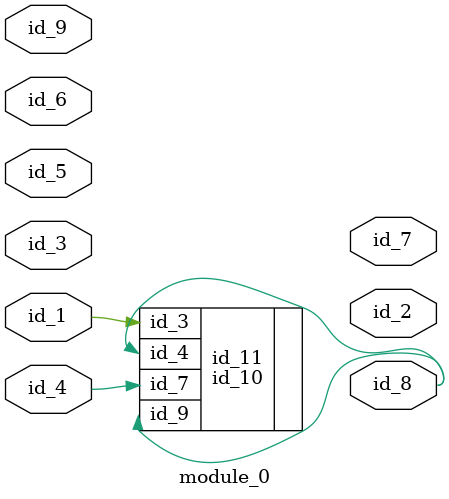
<source format=v>
module module_0 (
    id_1,
    id_2,
    id_3,
    id_4,
    id_5,
    id_6,
    id_7,
    id_8,
    id_9
);
  input id_9;
  output id_8;
  output id_7;
  input id_6;
  input id_5;
  input id_4;
  input id_3;
  output id_2;
  input id_1;
  id_10 id_11 (
      .id_9(id_8),
      .id_3(id_1),
      .id_7(id_4),
      .id_4(id_8)
  );
endmodule

</source>
